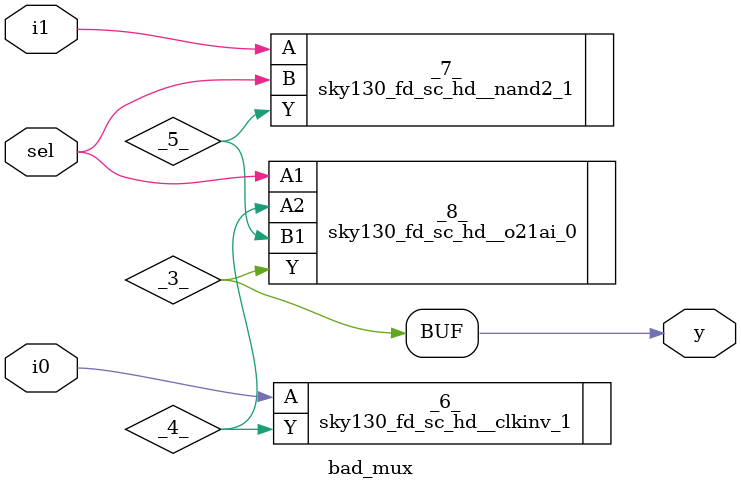
<source format=v>
/* Generated by Yosys 0.7 (git sha1 61f6811, gcc 6.2.0-11ubuntu1 -O2 -fdebug-prefix-map=/build/yosys-OIL3SR/yosys-0.7=. -fstack-protector-strong -fPIC -Os) */

module bad_mux(i0, i1, sel, y);
  wire _0_;
  wire _1_;
  wire _2_;
  wire _3_;
  wire _4_;
  wire _5_;
  input i0;
  input i1;
  input sel;
  output y;
  sky130_fd_sc_hd__clkinv_1 _6_ (
    .A(_0_),
    .Y(_4_)
  );
  sky130_fd_sc_hd__nand2_1 _7_ (
    .A(_1_),
    .B(_2_),
    .Y(_5_)
  );
  sky130_fd_sc_hd__o21ai_0 _8_ (
    .A1(_2_),
    .A2(_4_),
    .B1(_5_),
    .Y(_3_)
  );
  assign _0_ = i0;
  assign _1_ = i1;
  assign _2_ = sel;
  assign y = _3_;
endmodule

</source>
